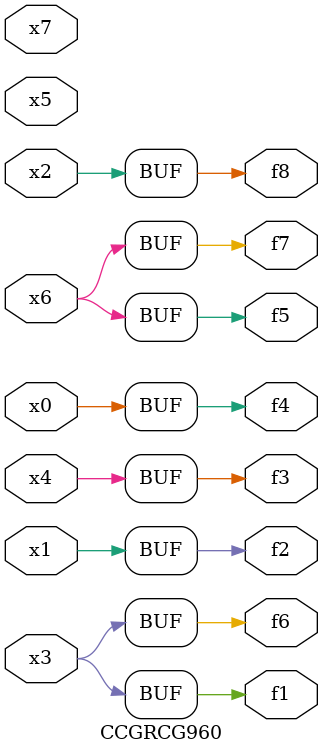
<source format=v>
module CCGRCG960(
	input x0, x1, x2, x3, x4, x5, x6, x7,
	output f1, f2, f3, f4, f5, f6, f7, f8
);
	assign f1 = x3;
	assign f2 = x1;
	assign f3 = x4;
	assign f4 = x0;
	assign f5 = x6;
	assign f6 = x3;
	assign f7 = x6;
	assign f8 = x2;
endmodule

</source>
